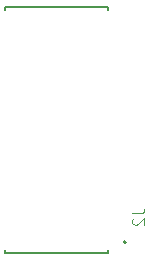
<source format=gbr>
%TF.GenerationSoftware,KiCad,Pcbnew,(5.1.6-0-10_14)*%
%TF.CreationDate,2020-12-10T12:41:56-07:00*%
%TF.ProjectId,DX7-JTAG,4458372d-4a54-4414-972e-6b696361645f,rev?*%
%TF.SameCoordinates,Original*%
%TF.FileFunction,Legend,Bot*%
%TF.FilePolarity,Positive*%
%FSLAX46Y46*%
G04 Gerber Fmt 4.6, Leading zero omitted, Abs format (unit mm)*
G04 Created by KiCad (PCBNEW (5.1.6-0-10_14)) date 2020-12-10 12:41:56*
%MOMM*%
%LPD*%
G01*
G04 APERTURE LIST*
%ADD10C,0.200000*%
%ADD11C,0.015000*%
G04 APERTURE END LIST*
D10*
%TO.C,J2*%
X42988000Y-48788000D02*
X42988000Y-48988000D01*
X42988000Y-48988000D02*
X34228000Y-48988000D01*
X34228000Y-48988000D02*
X34228000Y-48788000D01*
X42988000Y-28228000D02*
X34228000Y-28228000D01*
X42988000Y-28428000D02*
X42988000Y-28228000D01*
X34228000Y-28228000D02*
X34228000Y-28428000D01*
X44508000Y-48108000D02*
G75*
G03*
X44508000Y-48108000I-100000J0D01*
G01*
D11*
X45045380Y-45647666D02*
X45759666Y-45647666D01*
X45902523Y-45600047D01*
X45997761Y-45504809D01*
X46045380Y-45361952D01*
X46045380Y-45266714D01*
X45140619Y-46076238D02*
X45093000Y-46123857D01*
X45045380Y-46219095D01*
X45045380Y-46457190D01*
X45093000Y-46552428D01*
X45140619Y-46600047D01*
X45235857Y-46647666D01*
X45331095Y-46647666D01*
X45473952Y-46600047D01*
X46045380Y-46028619D01*
X46045380Y-46647666D01*
%TD*%
M02*

</source>
